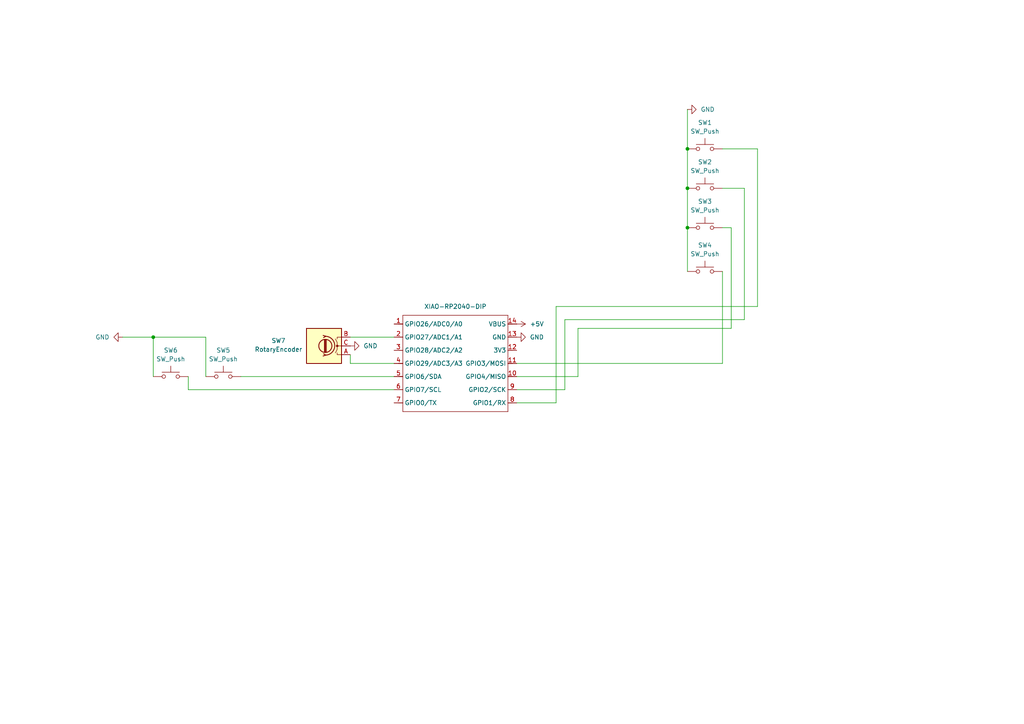
<source format=kicad_sch>
(kicad_sch
	(version 20250114)
	(generator "eeschema")
	(generator_version "9.0")
	(uuid "1282ec79-72b7-4ec7-890a-71a25075f06c")
	(paper "A4")
	(lib_symbols
		(symbol "Device:RotaryEncoder"
			(pin_names
				(offset 0.254)
				(hide yes)
			)
			(exclude_from_sim no)
			(in_bom yes)
			(on_board yes)
			(property "Reference" "SW"
				(at 0 6.604 0)
				(effects
					(font
						(size 1.27 1.27)
					)
				)
			)
			(property "Value" "RotaryEncoder"
				(at 0 -6.604 0)
				(effects
					(font
						(size 1.27 1.27)
					)
				)
			)
			(property "Footprint" ""
				(at -3.81 4.064 0)
				(effects
					(font
						(size 1.27 1.27)
					)
					(hide yes)
				)
			)
			(property "Datasheet" "~"
				(at 0 6.604 0)
				(effects
					(font
						(size 1.27 1.27)
					)
					(hide yes)
				)
			)
			(property "Description" "Rotary encoder, dual channel, incremental quadrate outputs"
				(at 0 0 0)
				(effects
					(font
						(size 1.27 1.27)
					)
					(hide yes)
				)
			)
			(property "ki_keywords" "rotary switch encoder"
				(at 0 0 0)
				(effects
					(font
						(size 1.27 1.27)
					)
					(hide yes)
				)
			)
			(property "ki_fp_filters" "RotaryEncoder*"
				(at 0 0 0)
				(effects
					(font
						(size 1.27 1.27)
					)
					(hide yes)
				)
			)
			(symbol "RotaryEncoder_0_1"
				(rectangle
					(start -5.08 5.08)
					(end 5.08 -5.08)
					(stroke
						(width 0.254)
						(type default)
					)
					(fill
						(type background)
					)
				)
				(polyline
					(pts
						(xy -5.08 2.54) (xy -3.81 2.54) (xy -3.81 2.032)
					)
					(stroke
						(width 0)
						(type default)
					)
					(fill
						(type none)
					)
				)
				(polyline
					(pts
						(xy -5.08 0) (xy -3.81 0) (xy -3.81 -1.016) (xy -3.302 -2.032)
					)
					(stroke
						(width 0)
						(type default)
					)
					(fill
						(type none)
					)
				)
				(polyline
					(pts
						(xy -5.08 -2.54) (xy -3.81 -2.54) (xy -3.81 -2.032)
					)
					(stroke
						(width 0)
						(type default)
					)
					(fill
						(type none)
					)
				)
				(polyline
					(pts
						(xy -4.318 0) (xy -3.81 0) (xy -3.81 1.016) (xy -3.302 2.032)
					)
					(stroke
						(width 0)
						(type default)
					)
					(fill
						(type none)
					)
				)
				(circle
					(center -3.81 0)
					(radius 0.254)
					(stroke
						(width 0)
						(type default)
					)
					(fill
						(type outline)
					)
				)
				(polyline
					(pts
						(xy -0.635 -1.778) (xy -0.635 1.778)
					)
					(stroke
						(width 0.254)
						(type default)
					)
					(fill
						(type none)
					)
				)
				(circle
					(center -0.381 0)
					(radius 1.905)
					(stroke
						(width 0.254)
						(type default)
					)
					(fill
						(type none)
					)
				)
				(polyline
					(pts
						(xy -0.381 -1.778) (xy -0.381 1.778)
					)
					(stroke
						(width 0.254)
						(type default)
					)
					(fill
						(type none)
					)
				)
				(arc
					(start -0.381 -2.794)
					(mid -3.0988 -0.0635)
					(end -0.381 2.667)
					(stroke
						(width 0.254)
						(type default)
					)
					(fill
						(type none)
					)
				)
				(polyline
					(pts
						(xy -0.127 1.778) (xy -0.127 -1.778)
					)
					(stroke
						(width 0.254)
						(type default)
					)
					(fill
						(type none)
					)
				)
				(polyline
					(pts
						(xy 0.254 2.921) (xy -0.508 2.667) (xy 0.127 2.286)
					)
					(stroke
						(width 0.254)
						(type default)
					)
					(fill
						(type none)
					)
				)
				(polyline
					(pts
						(xy 0.254 -3.048) (xy -0.508 -2.794) (xy 0.127 -2.413)
					)
					(stroke
						(width 0.254)
						(type default)
					)
					(fill
						(type none)
					)
				)
			)
			(symbol "RotaryEncoder_1_1"
				(pin passive line
					(at -7.62 2.54 0)
					(length 2.54)
					(name "A"
						(effects
							(font
								(size 1.27 1.27)
							)
						)
					)
					(number "A"
						(effects
							(font
								(size 1.27 1.27)
							)
						)
					)
				)
				(pin passive line
					(at -7.62 0 0)
					(length 2.54)
					(name "C"
						(effects
							(font
								(size 1.27 1.27)
							)
						)
					)
					(number "C"
						(effects
							(font
								(size 1.27 1.27)
							)
						)
					)
				)
				(pin passive line
					(at -7.62 -2.54 0)
					(length 2.54)
					(name "B"
						(effects
							(font
								(size 1.27 1.27)
							)
						)
					)
					(number "B"
						(effects
							(font
								(size 1.27 1.27)
							)
						)
					)
				)
			)
			(embedded_fonts no)
		)
		(symbol "OPL:XIAO-RP2040-DIP"
			(exclude_from_sim no)
			(in_bom yes)
			(on_board yes)
			(property "Reference" "U"
				(at 0 0 0)
				(effects
					(font
						(size 1.27 1.27)
					)
				)
			)
			(property "Value" "XIAO-RP2040-DIP"
				(at 5.334 -1.778 0)
				(effects
					(font
						(size 1.27 1.27)
					)
				)
			)
			(property "Footprint" "Module:MOUDLE14P-XIAO-DIP-SMD"
				(at 14.478 -32.258 0)
				(effects
					(font
						(size 1.27 1.27)
					)
					(hide yes)
				)
			)
			(property "Datasheet" ""
				(at 0 0 0)
				(effects
					(font
						(size 1.27 1.27)
					)
					(hide yes)
				)
			)
			(property "Description" ""
				(at 0 0 0)
				(effects
					(font
						(size 1.27 1.27)
					)
					(hide yes)
				)
			)
			(symbol "XIAO-RP2040-DIP_1_0"
				(polyline
					(pts
						(xy -1.27 -2.54) (xy 29.21 -2.54)
					)
					(stroke
						(width 0.1524)
						(type solid)
					)
					(fill
						(type none)
					)
				)
				(polyline
					(pts
						(xy -1.27 -5.08) (xy -2.54 -5.08)
					)
					(stroke
						(width 0.1524)
						(type solid)
					)
					(fill
						(type none)
					)
				)
				(polyline
					(pts
						(xy -1.27 -5.08) (xy -1.27 -2.54)
					)
					(stroke
						(width 0.1524)
						(type solid)
					)
					(fill
						(type none)
					)
				)
				(polyline
					(pts
						(xy -1.27 -8.89) (xy -2.54 -8.89)
					)
					(stroke
						(width 0.1524)
						(type solid)
					)
					(fill
						(type none)
					)
				)
				(polyline
					(pts
						(xy -1.27 -8.89) (xy -1.27 -5.08)
					)
					(stroke
						(width 0.1524)
						(type solid)
					)
					(fill
						(type none)
					)
				)
				(polyline
					(pts
						(xy -1.27 -12.7) (xy -2.54 -12.7)
					)
					(stroke
						(width 0.1524)
						(type solid)
					)
					(fill
						(type none)
					)
				)
				(polyline
					(pts
						(xy -1.27 -12.7) (xy -1.27 -8.89)
					)
					(stroke
						(width 0.1524)
						(type solid)
					)
					(fill
						(type none)
					)
				)
				(polyline
					(pts
						(xy -1.27 -16.51) (xy -2.54 -16.51)
					)
					(stroke
						(width 0.1524)
						(type solid)
					)
					(fill
						(type none)
					)
				)
				(polyline
					(pts
						(xy -1.27 -16.51) (xy -1.27 -12.7)
					)
					(stroke
						(width 0.1524)
						(type solid)
					)
					(fill
						(type none)
					)
				)
				(polyline
					(pts
						(xy -1.27 -20.32) (xy -2.54 -20.32)
					)
					(stroke
						(width 0.1524)
						(type solid)
					)
					(fill
						(type none)
					)
				)
				(polyline
					(pts
						(xy -1.27 -24.13) (xy -2.54 -24.13)
					)
					(stroke
						(width 0.1524)
						(type solid)
					)
					(fill
						(type none)
					)
				)
				(polyline
					(pts
						(xy -1.27 -27.94) (xy -2.54 -27.94)
					)
					(stroke
						(width 0.1524)
						(type solid)
					)
					(fill
						(type none)
					)
				)
				(polyline
					(pts
						(xy -1.27 -30.48) (xy -1.27 -16.51)
					)
					(stroke
						(width 0.1524)
						(type solid)
					)
					(fill
						(type none)
					)
				)
				(polyline
					(pts
						(xy 29.21 -2.54) (xy 29.21 -5.08)
					)
					(stroke
						(width 0.1524)
						(type solid)
					)
					(fill
						(type none)
					)
				)
				(polyline
					(pts
						(xy 29.21 -5.08) (xy 29.21 -8.89)
					)
					(stroke
						(width 0.1524)
						(type solid)
					)
					(fill
						(type none)
					)
				)
				(polyline
					(pts
						(xy 29.21 -8.89) (xy 29.21 -12.7)
					)
					(stroke
						(width 0.1524)
						(type solid)
					)
					(fill
						(type none)
					)
				)
				(polyline
					(pts
						(xy 29.21 -12.7) (xy 29.21 -30.48)
					)
					(stroke
						(width 0.1524)
						(type solid)
					)
					(fill
						(type none)
					)
				)
				(polyline
					(pts
						(xy 29.21 -30.48) (xy -1.27 -30.48)
					)
					(stroke
						(width 0.1524)
						(type solid)
					)
					(fill
						(type none)
					)
				)
				(polyline
					(pts
						(xy 30.48 -5.08) (xy 29.21 -5.08)
					)
					(stroke
						(width 0.1524)
						(type solid)
					)
					(fill
						(type none)
					)
				)
				(polyline
					(pts
						(xy 30.48 -8.89) (xy 29.21 -8.89)
					)
					(stroke
						(width 0.1524)
						(type solid)
					)
					(fill
						(type none)
					)
				)
				(polyline
					(pts
						(xy 30.48 -12.7) (xy 29.21 -12.7)
					)
					(stroke
						(width 0.1524)
						(type solid)
					)
					(fill
						(type none)
					)
				)
				(polyline
					(pts
						(xy 30.48 -16.51) (xy 29.21 -16.51)
					)
					(stroke
						(width 0.1524)
						(type solid)
					)
					(fill
						(type none)
					)
				)
				(polyline
					(pts
						(xy 30.48 -20.32) (xy 29.21 -20.32)
					)
					(stroke
						(width 0.1524)
						(type solid)
					)
					(fill
						(type none)
					)
				)
				(polyline
					(pts
						(xy 30.48 -24.13) (xy 29.21 -24.13)
					)
					(stroke
						(width 0.1524)
						(type solid)
					)
					(fill
						(type none)
					)
				)
				(polyline
					(pts
						(xy 30.48 -27.94) (xy 29.21 -27.94)
					)
					(stroke
						(width 0.1524)
						(type solid)
					)
					(fill
						(type none)
					)
				)
				(pin passive line
					(at -3.81 -5.08 0)
					(length 2.54)
					(name "GPIO26/ADC0/A0"
						(effects
							(font
								(size 1.27 1.27)
							)
						)
					)
					(number "1"
						(effects
							(font
								(size 1.27 1.27)
							)
						)
					)
				)
				(pin passive line
					(at -3.81 -8.89 0)
					(length 2.54)
					(name "GPIO27/ADC1/A1"
						(effects
							(font
								(size 1.27 1.27)
							)
						)
					)
					(number "2"
						(effects
							(font
								(size 1.27 1.27)
							)
						)
					)
				)
				(pin passive line
					(at -3.81 -12.7 0)
					(length 2.54)
					(name "GPIO28/ADC2/A2"
						(effects
							(font
								(size 1.27 1.27)
							)
						)
					)
					(number "3"
						(effects
							(font
								(size 1.27 1.27)
							)
						)
					)
				)
				(pin passive line
					(at -3.81 -16.51 0)
					(length 2.54)
					(name "GPIO29/ADC3/A3"
						(effects
							(font
								(size 1.27 1.27)
							)
						)
					)
					(number "4"
						(effects
							(font
								(size 1.27 1.27)
							)
						)
					)
				)
				(pin passive line
					(at -3.81 -20.32 0)
					(length 2.54)
					(name "GPIO6/SDA"
						(effects
							(font
								(size 1.27 1.27)
							)
						)
					)
					(number "5"
						(effects
							(font
								(size 1.27 1.27)
							)
						)
					)
				)
				(pin passive line
					(at -3.81 -24.13 0)
					(length 2.54)
					(name "GPIO7/SCL"
						(effects
							(font
								(size 1.27 1.27)
							)
						)
					)
					(number "6"
						(effects
							(font
								(size 1.27 1.27)
							)
						)
					)
				)
				(pin passive line
					(at -3.81 -27.94 0)
					(length 2.54)
					(name "GPIO0/TX"
						(effects
							(font
								(size 1.27 1.27)
							)
						)
					)
					(number "7"
						(effects
							(font
								(size 1.27 1.27)
							)
						)
					)
				)
				(pin passive line
					(at 31.75 -5.08 180)
					(length 2.54)
					(name "VBUS"
						(effects
							(font
								(size 1.27 1.27)
							)
						)
					)
					(number "14"
						(effects
							(font
								(size 1.27 1.27)
							)
						)
					)
				)
				(pin passive line
					(at 31.75 -8.89 180)
					(length 2.54)
					(name "GND"
						(effects
							(font
								(size 1.27 1.27)
							)
						)
					)
					(number "13"
						(effects
							(font
								(size 1.27 1.27)
							)
						)
					)
				)
				(pin passive line
					(at 31.75 -12.7 180)
					(length 2.54)
					(name "3V3"
						(effects
							(font
								(size 1.27 1.27)
							)
						)
					)
					(number "12"
						(effects
							(font
								(size 1.27 1.27)
							)
						)
					)
				)
				(pin passive line
					(at 31.75 -16.51 180)
					(length 2.54)
					(name "GPIO3/MOSI"
						(effects
							(font
								(size 1.27 1.27)
							)
						)
					)
					(number "11"
						(effects
							(font
								(size 1.27 1.27)
							)
						)
					)
				)
				(pin passive line
					(at 31.75 -20.32 180)
					(length 2.54)
					(name "GPIO4/MISO"
						(effects
							(font
								(size 1.27 1.27)
							)
						)
					)
					(number "10"
						(effects
							(font
								(size 1.27 1.27)
							)
						)
					)
				)
				(pin passive line
					(at 31.75 -24.13 180)
					(length 2.54)
					(name "GPIO2/SCK"
						(effects
							(font
								(size 1.27 1.27)
							)
						)
					)
					(number "9"
						(effects
							(font
								(size 1.27 1.27)
							)
						)
					)
				)
				(pin passive line
					(at 31.75 -27.94 180)
					(length 2.54)
					(name "GPIO1/RX"
						(effects
							(font
								(size 1.27 1.27)
							)
						)
					)
					(number "8"
						(effects
							(font
								(size 1.27 1.27)
							)
						)
					)
				)
			)
			(embedded_fonts no)
		)
		(symbol "Switch:SW_Push"
			(pin_numbers
				(hide yes)
			)
			(pin_names
				(offset 1.016)
				(hide yes)
			)
			(exclude_from_sim no)
			(in_bom yes)
			(on_board yes)
			(property "Reference" "SW"
				(at 1.27 2.54 0)
				(effects
					(font
						(size 1.27 1.27)
					)
					(justify left)
				)
			)
			(property "Value" "SW_Push"
				(at 0 -1.524 0)
				(effects
					(font
						(size 1.27 1.27)
					)
				)
			)
			(property "Footprint" ""
				(at 0 5.08 0)
				(effects
					(font
						(size 1.27 1.27)
					)
					(hide yes)
				)
			)
			(property "Datasheet" "~"
				(at 0 5.08 0)
				(effects
					(font
						(size 1.27 1.27)
					)
					(hide yes)
				)
			)
			(property "Description" "Push button switch, generic, two pins"
				(at 0 0 0)
				(effects
					(font
						(size 1.27 1.27)
					)
					(hide yes)
				)
			)
			(property "ki_keywords" "switch normally-open pushbutton push-button"
				(at 0 0 0)
				(effects
					(font
						(size 1.27 1.27)
					)
					(hide yes)
				)
			)
			(symbol "SW_Push_0_1"
				(circle
					(center -2.032 0)
					(radius 0.508)
					(stroke
						(width 0)
						(type default)
					)
					(fill
						(type none)
					)
				)
				(polyline
					(pts
						(xy 0 1.27) (xy 0 3.048)
					)
					(stroke
						(width 0)
						(type default)
					)
					(fill
						(type none)
					)
				)
				(circle
					(center 2.032 0)
					(radius 0.508)
					(stroke
						(width 0)
						(type default)
					)
					(fill
						(type none)
					)
				)
				(polyline
					(pts
						(xy 2.54 1.27) (xy -2.54 1.27)
					)
					(stroke
						(width 0)
						(type default)
					)
					(fill
						(type none)
					)
				)
				(pin passive line
					(at -5.08 0 0)
					(length 2.54)
					(name "1"
						(effects
							(font
								(size 1.27 1.27)
							)
						)
					)
					(number "1"
						(effects
							(font
								(size 1.27 1.27)
							)
						)
					)
				)
				(pin passive line
					(at 5.08 0 180)
					(length 2.54)
					(name "2"
						(effects
							(font
								(size 1.27 1.27)
							)
						)
					)
					(number "2"
						(effects
							(font
								(size 1.27 1.27)
							)
						)
					)
				)
			)
			(embedded_fonts no)
		)
		(symbol "power:+5V"
			(power)
			(pin_numbers
				(hide yes)
			)
			(pin_names
				(offset 0)
				(hide yes)
			)
			(exclude_from_sim no)
			(in_bom yes)
			(on_board yes)
			(property "Reference" "#PWR"
				(at 0 -3.81 0)
				(effects
					(font
						(size 1.27 1.27)
					)
					(hide yes)
				)
			)
			(property "Value" "+5V"
				(at 0 3.556 0)
				(effects
					(font
						(size 1.27 1.27)
					)
				)
			)
			(property "Footprint" ""
				(at 0 0 0)
				(effects
					(font
						(size 1.27 1.27)
					)
					(hide yes)
				)
			)
			(property "Datasheet" ""
				(at 0 0 0)
				(effects
					(font
						(size 1.27 1.27)
					)
					(hide yes)
				)
			)
			(property "Description" "Power symbol creates a global label with name \"+5V\""
				(at 0 0 0)
				(effects
					(font
						(size 1.27 1.27)
					)
					(hide yes)
				)
			)
			(property "ki_keywords" "global power"
				(at 0 0 0)
				(effects
					(font
						(size 1.27 1.27)
					)
					(hide yes)
				)
			)
			(symbol "+5V_0_1"
				(polyline
					(pts
						(xy -0.762 1.27) (xy 0 2.54)
					)
					(stroke
						(width 0)
						(type default)
					)
					(fill
						(type none)
					)
				)
				(polyline
					(pts
						(xy 0 2.54) (xy 0.762 1.27)
					)
					(stroke
						(width 0)
						(type default)
					)
					(fill
						(type none)
					)
				)
				(polyline
					(pts
						(xy 0 0) (xy 0 2.54)
					)
					(stroke
						(width 0)
						(type default)
					)
					(fill
						(type none)
					)
				)
			)
			(symbol "+5V_1_1"
				(pin power_in line
					(at 0 0 90)
					(length 0)
					(name "~"
						(effects
							(font
								(size 1.27 1.27)
							)
						)
					)
					(number "1"
						(effects
							(font
								(size 1.27 1.27)
							)
						)
					)
				)
			)
			(embedded_fonts no)
		)
		(symbol "power:GND"
			(power)
			(pin_numbers
				(hide yes)
			)
			(pin_names
				(offset 0)
				(hide yes)
			)
			(exclude_from_sim no)
			(in_bom yes)
			(on_board yes)
			(property "Reference" "#PWR"
				(at 0 -6.35 0)
				(effects
					(font
						(size 1.27 1.27)
					)
					(hide yes)
				)
			)
			(property "Value" "GND"
				(at 0 -3.81 0)
				(effects
					(font
						(size 1.27 1.27)
					)
				)
			)
			(property "Footprint" ""
				(at 0 0 0)
				(effects
					(font
						(size 1.27 1.27)
					)
					(hide yes)
				)
			)
			(property "Datasheet" ""
				(at 0 0 0)
				(effects
					(font
						(size 1.27 1.27)
					)
					(hide yes)
				)
			)
			(property "Description" "Power symbol creates a global label with name \"GND\" , ground"
				(at 0 0 0)
				(effects
					(font
						(size 1.27 1.27)
					)
					(hide yes)
				)
			)
			(property "ki_keywords" "global power"
				(at 0 0 0)
				(effects
					(font
						(size 1.27 1.27)
					)
					(hide yes)
				)
			)
			(symbol "GND_0_1"
				(polyline
					(pts
						(xy 0 0) (xy 0 -1.27) (xy 1.27 -1.27) (xy 0 -2.54) (xy -1.27 -1.27) (xy 0 -1.27)
					)
					(stroke
						(width 0)
						(type default)
					)
					(fill
						(type none)
					)
				)
			)
			(symbol "GND_1_1"
				(pin power_in line
					(at 0 0 270)
					(length 0)
					(name "~"
						(effects
							(font
								(size 1.27 1.27)
							)
						)
					)
					(number "1"
						(effects
							(font
								(size 1.27 1.27)
							)
						)
					)
				)
			)
			(embedded_fonts no)
		)
	)
	(junction
		(at 44.45 97.79)
		(diameter 0)
		(color 0 0 0 0)
		(uuid "15e8b557-e159-4ac0-9480-41f509212528")
	)
	(junction
		(at 199.39 43.18)
		(diameter 0)
		(color 0 0 0 0)
		(uuid "165d9c44-d012-4640-93cc-78d71fed2525")
	)
	(junction
		(at 199.39 66.04)
		(diameter 0)
		(color 0 0 0 0)
		(uuid "2b6f3297-cc09-48c6-b582-c0620dc4c003")
	)
	(junction
		(at 199.39 54.61)
		(diameter 0)
		(color 0 0 0 0)
		(uuid "b86e6635-779b-41eb-aefa-d5a3e41f5273")
	)
	(wire
		(pts
			(xy 59.69 97.79) (xy 44.45 97.79)
		)
		(stroke
			(width 0)
			(type default)
		)
		(uuid "1bd39458-79f1-4995-bc36-0c99181a4683")
	)
	(wire
		(pts
			(xy 69.85 109.22) (xy 114.3 109.22)
		)
		(stroke
			(width 0)
			(type default)
		)
		(uuid "22f634a2-6f46-4ed9-899c-bd7b45168d52")
	)
	(wire
		(pts
			(xy 35.56 97.79) (xy 44.45 97.79)
		)
		(stroke
			(width 0)
			(type default)
		)
		(uuid "3830753f-4a23-41c8-92ae-f30e87fdaa53")
	)
	(wire
		(pts
			(xy 114.3 105.41) (xy 101.6 105.41)
		)
		(stroke
			(width 0)
			(type default)
		)
		(uuid "38e7be13-2a79-405d-8e93-0c296c7de986")
	)
	(wire
		(pts
			(xy 59.69 109.22) (xy 59.69 97.79)
		)
		(stroke
			(width 0)
			(type default)
		)
		(uuid "3d4b14e2-e875-4f5e-ba12-a0c772490da3")
	)
	(wire
		(pts
			(xy 199.39 31.75) (xy 199.39 43.18)
		)
		(stroke
			(width 0)
			(type default)
		)
		(uuid "428bcb85-4ed5-4a06-8381-c31c04eb6e2e")
	)
	(wire
		(pts
			(xy 212.09 66.04) (xy 209.55 66.04)
		)
		(stroke
			(width 0)
			(type default)
		)
		(uuid "489479b9-ba57-4d72-a4e8-f3b00080dcea")
	)
	(wire
		(pts
			(xy 219.71 88.9) (xy 219.71 43.18)
		)
		(stroke
			(width 0)
			(type default)
		)
		(uuid "4b0fffc7-6212-492e-a2c5-9d36dbb7e388")
	)
	(wire
		(pts
			(xy 199.39 43.18) (xy 199.39 54.61)
		)
		(stroke
			(width 0)
			(type default)
		)
		(uuid "5a30e49e-f201-44ad-993e-1848b57cb529")
	)
	(wire
		(pts
			(xy 161.29 88.9) (xy 219.71 88.9)
		)
		(stroke
			(width 0)
			(type default)
		)
		(uuid "5ca1f1fa-7cce-4225-a1e8-1bfbb96a9a44")
	)
	(wire
		(pts
			(xy 101.6 105.41) (xy 101.6 102.87)
		)
		(stroke
			(width 0)
			(type default)
		)
		(uuid "5cf9da88-ac70-413e-b126-b29055be635f")
	)
	(wire
		(pts
			(xy 163.83 92.71) (xy 163.83 113.03)
		)
		(stroke
			(width 0)
			(type default)
		)
		(uuid "5fc24f08-8bbe-4344-9cc3-567c6f71f937")
	)
	(wire
		(pts
			(xy 209.55 54.61) (xy 215.9 54.61)
		)
		(stroke
			(width 0)
			(type default)
		)
		(uuid "60e85969-0f78-4233-ad5e-18f2df6f3d6c")
	)
	(wire
		(pts
			(xy 149.86 113.03) (xy 163.83 113.03)
		)
		(stroke
			(width 0)
			(type default)
		)
		(uuid "70177c1d-8afa-4c3b-a542-b7eea744c201")
	)
	(wire
		(pts
			(xy 167.64 109.22) (xy 167.64 95.25)
		)
		(stroke
			(width 0)
			(type default)
		)
		(uuid "71feb4e7-35ad-47ed-af3b-35bf296213c3")
	)
	(wire
		(pts
			(xy 44.45 109.22) (xy 44.45 97.79)
		)
		(stroke
			(width 0)
			(type default)
		)
		(uuid "7682478e-000a-4588-97e8-3d2861b8a3e5")
	)
	(wire
		(pts
			(xy 161.29 88.9) (xy 161.29 116.84)
		)
		(stroke
			(width 0)
			(type default)
		)
		(uuid "7ca12446-46ac-4f7d-afb6-b4753c5ad4ad")
	)
	(wire
		(pts
			(xy 149.86 116.84) (xy 161.29 116.84)
		)
		(stroke
			(width 0)
			(type default)
		)
		(uuid "7db4f3f3-a1fa-4b5a-81f8-a15c532b2a05")
	)
	(wire
		(pts
			(xy 54.61 113.03) (xy 114.3 113.03)
		)
		(stroke
			(width 0)
			(type default)
		)
		(uuid "86473638-25c3-4a78-94e2-58346afc9a37")
	)
	(wire
		(pts
			(xy 149.86 105.41) (xy 209.55 105.41)
		)
		(stroke
			(width 0)
			(type default)
		)
		(uuid "8ae0b842-d713-4afd-b0b4-39da9d6821b1")
	)
	(wire
		(pts
			(xy 199.39 54.61) (xy 199.39 66.04)
		)
		(stroke
			(width 0)
			(type default)
		)
		(uuid "8e3ffa6f-ed6e-4a47-8874-3c9286696f94")
	)
	(wire
		(pts
			(xy 149.86 109.22) (xy 167.64 109.22)
		)
		(stroke
			(width 0)
			(type default)
		)
		(uuid "8f374cf5-bed9-4fb2-8bc1-79cf3122e29f")
	)
	(wire
		(pts
			(xy 219.71 43.18) (xy 209.55 43.18)
		)
		(stroke
			(width 0)
			(type default)
		)
		(uuid "8fe9e197-2cc7-4cb7-84fd-70f2e61fe91c")
	)
	(wire
		(pts
			(xy 101.6 97.79) (xy 114.3 97.79)
		)
		(stroke
			(width 0)
			(type default)
		)
		(uuid "962b007e-efc3-4c25-ac21-63ee2aa29404")
	)
	(wire
		(pts
			(xy 163.83 92.71) (xy 215.9 92.71)
		)
		(stroke
			(width 0)
			(type default)
		)
		(uuid "988addd1-8055-4453-bfc7-f293fe95e6b0")
	)
	(wire
		(pts
			(xy 215.9 92.71) (xy 215.9 54.61)
		)
		(stroke
			(width 0)
			(type default)
		)
		(uuid "9ff4845b-4d1f-4fa5-b71d-e7bc9fc87ecc")
	)
	(wire
		(pts
			(xy 209.55 78.74) (xy 209.55 105.41)
		)
		(stroke
			(width 0)
			(type default)
		)
		(uuid "a229a2c4-64e5-4c3e-9b7a-c07c3eb443d9")
	)
	(wire
		(pts
			(xy 212.09 95.25) (xy 212.09 66.04)
		)
		(stroke
			(width 0)
			(type default)
		)
		(uuid "c705c177-cebd-4298-9b04-0b3fb95f1bf4")
	)
	(wire
		(pts
			(xy 54.61 109.22) (xy 54.61 113.03)
		)
		(stroke
			(width 0)
			(type default)
		)
		(uuid "deca3ebf-910e-4775-9aa1-86eb61fb1111")
	)
	(wire
		(pts
			(xy 167.64 95.25) (xy 212.09 95.25)
		)
		(stroke
			(width 0)
			(type default)
		)
		(uuid "eb6d8957-71c6-4eff-bdf8-caf0cf8a3e16")
	)
	(wire
		(pts
			(xy 199.39 66.04) (xy 199.39 78.74)
		)
		(stroke
			(width 0)
			(type default)
		)
		(uuid "f096f694-138b-41b8-b28a-7e720434bf65")
	)
	(symbol
		(lib_id "Switch:SW_Push")
		(at 49.53 109.22 0)
		(unit 1)
		(exclude_from_sim no)
		(in_bom yes)
		(on_board yes)
		(dnp no)
		(fields_autoplaced yes)
		(uuid "019198c3-e3cc-4500-8787-dc62677f4838")
		(property "Reference" "SW6"
			(at 49.53 101.6 0)
			(effects
				(font
					(size 1.27 1.27)
				)
			)
		)
		(property "Value" "SW_Push"
			(at 49.53 104.14 0)
			(effects
				(font
					(size 1.27 1.27)
				)
			)
		)
		(property "Footprint" "Button_Switch_Keyboard:SW_Cherry_MX_1.00u_PCB"
			(at 49.53 104.14 0)
			(effects
				(font
					(size 1.27 1.27)
				)
				(hide yes)
			)
		)
		(property "Datasheet" "~"
			(at 49.53 104.14 0)
			(effects
				(font
					(size 1.27 1.27)
				)
				(hide yes)
			)
		)
		(property "Description" "Push button switch, generic, two pins"
			(at 49.53 109.22 0)
			(effects
				(font
					(size 1.27 1.27)
				)
				(hide yes)
			)
		)
		(pin "1"
			(uuid "c36a6f04-cfd0-42bd-b374-1c2b56011788")
		)
		(pin "2"
			(uuid "f80d7f1e-d131-4f9c-ad6d-ebee2f9dc592")
		)
		(instances
			(project "TheFirst"
				(path "/1282ec79-72b7-4ec7-890a-71a25075f06c"
					(reference "SW6")
					(unit 1)
				)
			)
		)
	)
	(symbol
		(lib_id "Device:RotaryEncoder")
		(at 93.98 100.33 180)
		(unit 1)
		(exclude_from_sim no)
		(in_bom yes)
		(on_board yes)
		(dnp no)
		(uuid "0a29b02a-aa87-4d4e-b747-ea26985f2f21")
		(property "Reference" "SW7"
			(at 80.772 98.806 0)
			(effects
				(font
					(size 1.27 1.27)
				)
			)
		)
		(property "Value" "RotaryEncoder"
			(at 80.772 101.346 0)
			(effects
				(font
					(size 1.27 1.27)
				)
			)
		)
		(property "Footprint" "Rotary:RotaryEncoder_Alps_EC11E-Switch_Vertical_H20mm"
			(at 97.79 104.394 0)
			(effects
				(font
					(size 1.27 1.27)
				)
				(hide yes)
			)
		)
		(property "Datasheet" "~"
			(at 93.98 106.934 0)
			(effects
				(font
					(size 1.27 1.27)
				)
				(hide yes)
			)
		)
		(property "Description" "Rotary encoder, dual channel, incremental quadrate outputs"
			(at 93.98 100.33 0)
			(effects
				(font
					(size 1.27 1.27)
				)
				(hide yes)
			)
		)
		(pin "C"
			(uuid "1a76c7b8-62b2-4a5e-82e9-f648c57c679a")
		)
		(pin "A"
			(uuid "91397564-34d7-44ed-a874-4d229e16eba1")
		)
		(pin "B"
			(uuid "58b89286-2f75-449e-9a92-d84aaae116fc")
		)
		(instances
			(project ""
				(path "/1282ec79-72b7-4ec7-890a-71a25075f06c"
					(reference "SW7")
					(unit 1)
				)
			)
		)
	)
	(symbol
		(lib_id "OPL:XIAO-RP2040-DIP")
		(at 118.11 88.9 0)
		(unit 1)
		(exclude_from_sim no)
		(in_bom yes)
		(on_board yes)
		(dnp no)
		(fields_autoplaced yes)
		(uuid "2d5d663c-4379-4963-ba7a-b28255412132")
		(property "Reference" "U1"
			(at 132.08 86.36 0)
			(effects
				(font
					(size 1.27 1.27)
				)
				(hide yes)
			)
		)
		(property "Value" "XIAO-RP2040-DIP"
			(at 132.08 88.9 0)
			(effects
				(font
					(size 1.27 1.27)
				)
			)
		)
		(property "Footprint" "OPL:XIAO-RP2040-DIP"
			(at 132.588 121.158 0)
			(effects
				(font
					(size 1.27 1.27)
				)
				(hide yes)
			)
		)
		(property "Datasheet" ""
			(at 118.11 88.9 0)
			(effects
				(font
					(size 1.27 1.27)
				)
				(hide yes)
			)
		)
		(property "Description" ""
			(at 118.11 88.9 0)
			(effects
				(font
					(size 1.27 1.27)
				)
				(hide yes)
			)
		)
		(pin "10"
			(uuid "a169fdee-f164-4260-a1ba-809112d49101")
		)
		(pin "7"
			(uuid "426a8790-679c-4ea4-99ea-0ead84b4a914")
		)
		(pin "13"
			(uuid "d7eb63e3-7789-48cd-b494-09c86222243b")
		)
		(pin "2"
			(uuid "2c852e3d-4ff5-4794-88dc-b9d09453d813")
		)
		(pin "3"
			(uuid "69e08522-bb02-475d-947d-3a1984f86e2a")
		)
		(pin "5"
			(uuid "bd9869df-7637-4376-ab8b-64d5f0077f48")
		)
		(pin "11"
			(uuid "6aefb949-c342-4897-9456-eb3cf81cd3ae")
		)
		(pin "14"
			(uuid "58461424-dd6b-45e3-b141-d33b9e5ee73d")
		)
		(pin "8"
			(uuid "06f10e5d-aad7-46e5-85dc-d08d3746ed30")
		)
		(pin "12"
			(uuid "9e8cbe94-5a0e-4929-82da-ddebbc6e7dde")
		)
		(pin "6"
			(uuid "94c6e7a3-bfe5-4bdb-9e91-3419e8d6a113")
		)
		(pin "9"
			(uuid "ccb26ca2-eb43-480b-b324-756ef5c7f8f1")
		)
		(pin "4"
			(uuid "f79e68ef-736b-46f1-95d4-51b6b342126d")
		)
		(pin "1"
			(uuid "123c2c35-3d3c-4f1e-bc95-e9fd4057e5f3")
		)
		(instances
			(project ""
				(path "/1282ec79-72b7-4ec7-890a-71a25075f06c"
					(reference "U1")
					(unit 1)
				)
			)
		)
	)
	(symbol
		(lib_id "Switch:SW_Push")
		(at 204.47 54.61 0)
		(unit 1)
		(exclude_from_sim no)
		(in_bom yes)
		(on_board yes)
		(dnp no)
		(uuid "4a212ea4-58e5-4a60-bf29-176b2bb9fbb6")
		(property "Reference" "SW2"
			(at 204.47 46.99 0)
			(effects
				(font
					(size 1.27 1.27)
				)
			)
		)
		(property "Value" "SW_Push"
			(at 204.47 49.53 0)
			(effects
				(font
					(size 1.27 1.27)
				)
			)
		)
		(property "Footprint" "Button_Switch_Keyboard:SW_Cherry_MX_1.00u_PCB"
			(at 204.47 49.53 0)
			(effects
				(font
					(size 1.27 1.27)
				)
				(hide yes)
			)
		)
		(property "Datasheet" "~"
			(at 204.47 49.53 0)
			(effects
				(font
					(size 1.27 1.27)
				)
				(hide yes)
			)
		)
		(property "Description" "Push button switch, generic, two pins"
			(at 204.47 54.61 0)
			(effects
				(font
					(size 1.27 1.27)
				)
				(hide yes)
			)
		)
		(pin "1"
			(uuid "3243970a-528a-4be9-b9fa-d7904d922968")
		)
		(pin "2"
			(uuid "5b015e08-fd11-4bbe-a40a-ed7e4cf131dd")
		)
		(instances
			(project ""
				(path "/1282ec79-72b7-4ec7-890a-71a25075f06c"
					(reference "SW2")
					(unit 1)
				)
			)
		)
	)
	(symbol
		(lib_id "power:GND")
		(at 199.39 31.75 90)
		(unit 1)
		(exclude_from_sim no)
		(in_bom yes)
		(on_board yes)
		(dnp no)
		(fields_autoplaced yes)
		(uuid "5fe0f084-cac1-4c51-8d29-3f7f8e71deff")
		(property "Reference" "#PWR01"
			(at 205.74 31.75 0)
			(effects
				(font
					(size 1.27 1.27)
				)
				(hide yes)
			)
		)
		(property "Value" "GND"
			(at 203.2 31.7499 90)
			(effects
				(font
					(size 1.27 1.27)
				)
				(justify right)
			)
		)
		(property "Footprint" ""
			(at 199.39 31.75 0)
			(effects
				(font
					(size 1.27 1.27)
				)
				(hide yes)
			)
		)
		(property "Datasheet" ""
			(at 199.39 31.75 0)
			(effects
				(font
					(size 1.27 1.27)
				)
				(hide yes)
			)
		)
		(property "Description" "Power symbol creates a global label with name \"GND\" , ground"
			(at 199.39 31.75 0)
			(effects
				(font
					(size 1.27 1.27)
				)
				(hide yes)
			)
		)
		(pin "1"
			(uuid "bcf9557d-e144-48e8-85ef-dfd3d0efec32")
		)
		(instances
			(project ""
				(path "/1282ec79-72b7-4ec7-890a-71a25075f06c"
					(reference "#PWR01")
					(unit 1)
				)
			)
		)
	)
	(symbol
		(lib_id "power:GND")
		(at 149.86 97.79 90)
		(unit 1)
		(exclude_from_sim no)
		(in_bom yes)
		(on_board yes)
		(dnp no)
		(fields_autoplaced yes)
		(uuid "7408577c-eeb3-4254-bf6d-e15679dd497d")
		(property "Reference" "#PWR02"
			(at 156.21 97.79 0)
			(effects
				(font
					(size 1.27 1.27)
				)
				(hide yes)
			)
		)
		(property "Value" "GND"
			(at 153.67 97.7899 90)
			(effects
				(font
					(size 1.27 1.27)
				)
				(justify right)
			)
		)
		(property "Footprint" ""
			(at 149.86 97.79 0)
			(effects
				(font
					(size 1.27 1.27)
				)
				(hide yes)
			)
		)
		(property "Datasheet" ""
			(at 149.86 97.79 0)
			(effects
				(font
					(size 1.27 1.27)
				)
				(hide yes)
			)
		)
		(property "Description" "Power symbol creates a global label with name \"GND\" , ground"
			(at 149.86 97.79 0)
			(effects
				(font
					(size 1.27 1.27)
				)
				(hide yes)
			)
		)
		(pin "1"
			(uuid "cf1c5fee-d79f-4806-a5ed-ca952b625257")
		)
		(instances
			(project ""
				(path "/1282ec79-72b7-4ec7-890a-71a25075f06c"
					(reference "#PWR02")
					(unit 1)
				)
			)
		)
	)
	(symbol
		(lib_id "Switch:SW_Push")
		(at 204.47 43.18 0)
		(unit 1)
		(exclude_from_sim no)
		(in_bom yes)
		(on_board yes)
		(dnp no)
		(fields_autoplaced yes)
		(uuid "7535954b-4f61-46c7-8840-25af29b281ff")
		(property "Reference" "SW1"
			(at 204.47 35.56 0)
			(effects
				(font
					(size 1.27 1.27)
				)
			)
		)
		(property "Value" "SW_Push"
			(at 204.47 38.1 0)
			(effects
				(font
					(size 1.27 1.27)
				)
			)
		)
		(property "Footprint" "Button_Switch_Keyboard:SW_Cherry_MX_1.00u_PCB"
			(at 204.47 38.1 0)
			(effects
				(font
					(size 1.27 1.27)
				)
				(hide yes)
			)
		)
		(property "Datasheet" "~"
			(at 204.47 38.1 0)
			(effects
				(font
					(size 1.27 1.27)
				)
				(hide yes)
			)
		)
		(property "Description" "Push button switch, generic, two pins"
			(at 204.47 43.18 0)
			(effects
				(font
					(size 1.27 1.27)
				)
				(hide yes)
			)
		)
		(pin "1"
			(uuid "a0097956-955a-4f62-8af0-8daabd932bcd")
		)
		(pin "2"
			(uuid "5b0091c6-d2c5-4e04-848e-eb8b7391638a")
		)
		(instances
			(project ""
				(path "/1282ec79-72b7-4ec7-890a-71a25075f06c"
					(reference "SW1")
					(unit 1)
				)
			)
		)
	)
	(symbol
		(lib_id "power:GND")
		(at 101.6 100.33 90)
		(unit 1)
		(exclude_from_sim no)
		(in_bom yes)
		(on_board yes)
		(dnp no)
		(fields_autoplaced yes)
		(uuid "911a6efd-627d-4c9b-8942-5acab1f6ee5e")
		(property "Reference" "#PWR07"
			(at 107.95 100.33 0)
			(effects
				(font
					(size 1.27 1.27)
				)
				(hide yes)
			)
		)
		(property "Value" "GND"
			(at 105.41 100.3299 90)
			(effects
				(font
					(size 1.27 1.27)
				)
				(justify right)
			)
		)
		(property "Footprint" ""
			(at 101.6 100.33 0)
			(effects
				(font
					(size 1.27 1.27)
				)
				(hide yes)
			)
		)
		(property "Datasheet" ""
			(at 101.6 100.33 0)
			(effects
				(font
					(size 1.27 1.27)
				)
				(hide yes)
			)
		)
		(property "Description" "Power symbol creates a global label with name \"GND\" , ground"
			(at 101.6 100.33 0)
			(effects
				(font
					(size 1.27 1.27)
				)
				(hide yes)
			)
		)
		(pin "1"
			(uuid "4fe818fd-8306-469e-b948-c5eb7a59d443")
		)
		(instances
			(project "TheFirst"
				(path "/1282ec79-72b7-4ec7-890a-71a25075f06c"
					(reference "#PWR07")
					(unit 1)
				)
			)
		)
	)
	(symbol
		(lib_id "Switch:SW_Push")
		(at 204.47 78.74 0)
		(unit 1)
		(exclude_from_sim no)
		(in_bom yes)
		(on_board yes)
		(dnp no)
		(fields_autoplaced yes)
		(uuid "922a6073-5c1c-4303-be77-228b60d03f06")
		(property "Reference" "SW4"
			(at 204.47 71.12 0)
			(effects
				(font
					(size 1.27 1.27)
				)
			)
		)
		(property "Value" "SW_Push"
			(at 204.47 73.66 0)
			(effects
				(font
					(size 1.27 1.27)
				)
			)
		)
		(property "Footprint" "Button_Switch_Keyboard:SW_Cherry_MX_1.00u_PCB"
			(at 204.47 73.66 0)
			(effects
				(font
					(size 1.27 1.27)
				)
				(hide yes)
			)
		)
		(property "Datasheet" "~"
			(at 204.47 73.66 0)
			(effects
				(font
					(size 1.27 1.27)
				)
				(hide yes)
			)
		)
		(property "Description" "Push button switch, generic, two pins"
			(at 204.47 78.74 0)
			(effects
				(font
					(size 1.27 1.27)
				)
				(hide yes)
			)
		)
		(pin "1"
			(uuid "659a46e2-6869-4110-bbc8-92f739a41f75")
		)
		(pin "2"
			(uuid "4df59d17-6701-4f97-8050-fca5220c81f7")
		)
		(instances
			(project "TheFirst"
				(path "/1282ec79-72b7-4ec7-890a-71a25075f06c"
					(reference "SW4")
					(unit 1)
				)
			)
		)
	)
	(symbol
		(lib_id "power:+5V")
		(at 149.86 93.98 270)
		(unit 1)
		(exclude_from_sim no)
		(in_bom yes)
		(on_board yes)
		(dnp no)
		(fields_autoplaced yes)
		(uuid "a5b84749-79a9-4fe2-8c2e-0327450c4f54")
		(property "Reference" "#PWR03"
			(at 146.05 93.98 0)
			(effects
				(font
					(size 1.27 1.27)
				)
				(hide yes)
			)
		)
		(property "Value" "+5V"
			(at 153.67 93.9799 90)
			(effects
				(font
					(size 1.27 1.27)
				)
				(justify left)
			)
		)
		(property "Footprint" ""
			(at 149.86 93.98 0)
			(effects
				(font
					(size 1.27 1.27)
				)
				(hide yes)
			)
		)
		(property "Datasheet" ""
			(at 149.86 93.98 0)
			(effects
				(font
					(size 1.27 1.27)
				)
				(hide yes)
			)
		)
		(property "Description" "Power symbol creates a global label with name \"+5V\""
			(at 149.86 93.98 0)
			(effects
				(font
					(size 1.27 1.27)
				)
				(hide yes)
			)
		)
		(pin "1"
			(uuid "da095a28-63d3-4f75-aa5a-be2c1f1ee0f9")
		)
		(instances
			(project ""
				(path "/1282ec79-72b7-4ec7-890a-71a25075f06c"
					(reference "#PWR03")
					(unit 1)
				)
			)
		)
	)
	(symbol
		(lib_id "power:GND")
		(at 35.56 97.79 270)
		(unit 1)
		(exclude_from_sim no)
		(in_bom yes)
		(on_board yes)
		(dnp no)
		(uuid "b390f701-a2f4-413c-a5c1-18ffb9b5fe8b")
		(property "Reference" "#PWR04"
			(at 29.21 97.79 0)
			(effects
				(font
					(size 1.27 1.27)
				)
				(hide yes)
			)
		)
		(property "Value" "GND"
			(at 31.75 97.7899 90)
			(effects
				(font
					(size 1.27 1.27)
				)
				(justify right)
			)
		)
		(property "Footprint" ""
			(at 35.56 97.79 0)
			(effects
				(font
					(size 1.27 1.27)
				)
				(hide yes)
			)
		)
		(property "Datasheet" ""
			(at 35.56 97.79 0)
			(effects
				(font
					(size 1.27 1.27)
				)
				(hide yes)
			)
		)
		(property "Description" "Power symbol creates a global label with name \"GND\" , ground"
			(at 35.56 97.79 0)
			(effects
				(font
					(size 1.27 1.27)
				)
				(hide yes)
			)
		)
		(pin "1"
			(uuid "8a742ab9-f306-46e9-a6ea-6c4251d9f126")
		)
		(instances
			(project ""
				(path "/1282ec79-72b7-4ec7-890a-71a25075f06c"
					(reference "#PWR04")
					(unit 1)
				)
			)
		)
	)
	(symbol
		(lib_id "Switch:SW_Push")
		(at 204.47 66.04 0)
		(unit 1)
		(exclude_from_sim no)
		(in_bom yes)
		(on_board yes)
		(dnp no)
		(uuid "b5020839-160d-4f9d-b672-c36f58024339")
		(property "Reference" "SW3"
			(at 204.47 58.42 0)
			(effects
				(font
					(size 1.27 1.27)
				)
			)
		)
		(property "Value" "SW_Push"
			(at 204.47 60.96 0)
			(effects
				(font
					(size 1.27 1.27)
				)
			)
		)
		(property "Footprint" "Button_Switch_Keyboard:SW_Cherry_MX_1.00u_PCB"
			(at 204.47 60.96 0)
			(effects
				(font
					(size 1.27 1.27)
				)
				(hide yes)
			)
		)
		(property "Datasheet" "~"
			(at 204.47 60.96 0)
			(effects
				(font
					(size 1.27 1.27)
				)
				(hide yes)
			)
		)
		(property "Description" "Push button switch, generic, two pins"
			(at 204.47 66.04 0)
			(effects
				(font
					(size 1.27 1.27)
				)
				(hide yes)
			)
		)
		(pin "1"
			(uuid "61d56750-9be2-45cf-b13a-865df6b0eca9")
		)
		(pin "2"
			(uuid "fec93fdf-285d-457a-9a9b-f790119a5c74")
		)
		(instances
			(project "TheFirst"
				(path "/1282ec79-72b7-4ec7-890a-71a25075f06c"
					(reference "SW3")
					(unit 1)
				)
			)
		)
	)
	(symbol
		(lib_id "Switch:SW_Push")
		(at 64.77 109.22 0)
		(unit 1)
		(exclude_from_sim no)
		(in_bom yes)
		(on_board yes)
		(dnp no)
		(fields_autoplaced yes)
		(uuid "f392ce26-5885-4059-9bb5-c313f5314630")
		(property "Reference" "SW5"
			(at 64.77 101.6 0)
			(effects
				(font
					(size 1.27 1.27)
				)
			)
		)
		(property "Value" "SW_Push"
			(at 64.77 104.14 0)
			(effects
				(font
					(size 1.27 1.27)
				)
			)
		)
		(property "Footprint" "Button_Switch_Keyboard:SW_Cherry_MX_1.00u_PCB"
			(at 64.77 104.14 0)
			(effects
				(font
					(size 1.27 1.27)
				)
				(hide yes)
			)
		)
		(property "Datasheet" "~"
			(at 64.77 104.14 0)
			(effects
				(font
					(size 1.27 1.27)
				)
				(hide yes)
			)
		)
		(property "Description" "Push button switch, generic, two pins"
			(at 64.77 109.22 0)
			(effects
				(font
					(size 1.27 1.27)
				)
				(hide yes)
			)
		)
		(pin "1"
			(uuid "93cb7608-9940-4cca-b9e5-d71e7aa5c221")
		)
		(pin "2"
			(uuid "21743eee-a852-428e-8b65-30b37a5e9fcc")
		)
		(instances
			(project "TheFirst"
				(path "/1282ec79-72b7-4ec7-890a-71a25075f06c"
					(reference "SW5")
					(unit 1)
				)
			)
		)
	)
	(sheet_instances
		(path "/"
			(page "1")
		)
	)
	(embedded_fonts no)
)

</source>
